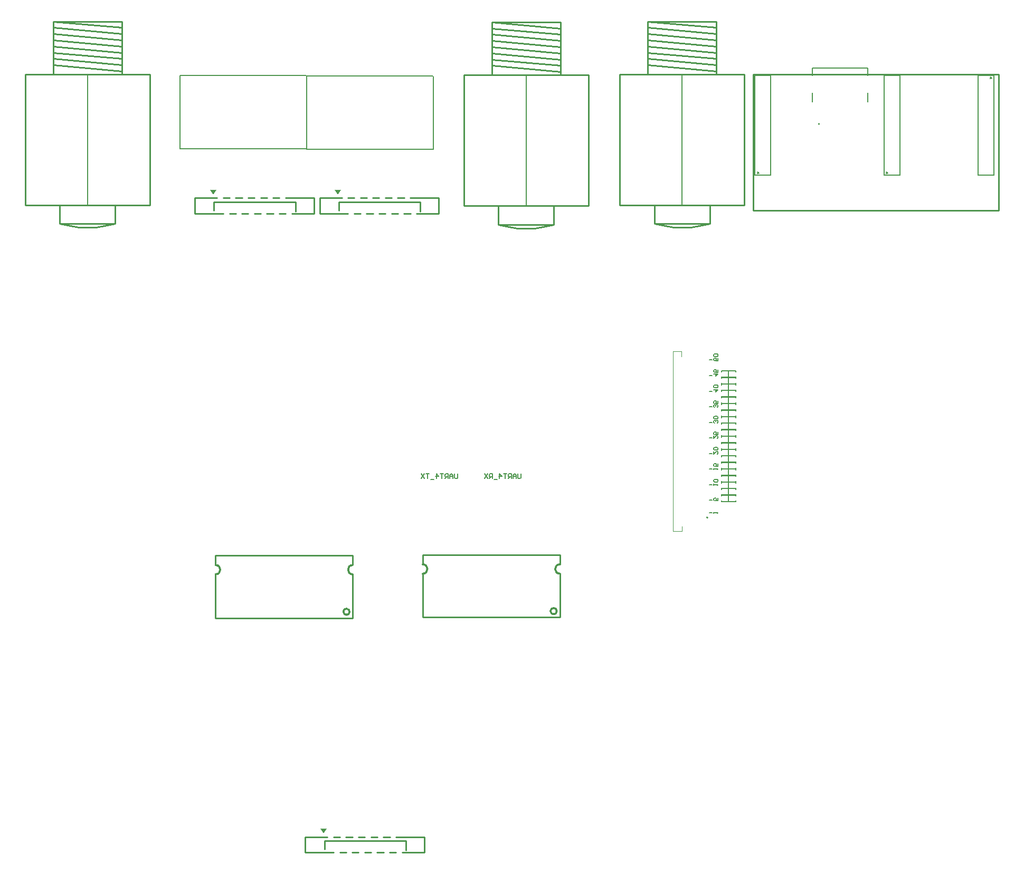
<source format=gbo>
G04*
G04 #@! TF.GenerationSoftware,Altium Limited,Altium Designer,24.2.2 (26)*
G04*
G04 Layer_Color=32896*
%FSLAX25Y25*%
%MOIN*%
G70*
G04*
G04 #@! TF.SameCoordinates,5957EE86-81F1-4C7A-B0E9-50F0B43EC399*
G04*
G04*
G04 #@! TF.FilePolarity,Positive*
G04*
G01*
G75*
%ADD10C,0.00787*%
%ADD11C,0.00600*%
%ADD12C,0.01000*%
%ADD14C,0.00394*%
%ADD15C,0.01200*%
%ADD16C,0.00591*%
%ADD18C,0.00500*%
G36*
X1556528Y844264D02*
X1554527Y847264D01*
D01*
X1558527Y847264D01*
X1556528Y844264D01*
D02*
G37*
G36*
X1486831Y1248000D02*
X1484831Y1251000D01*
D01*
X1488831Y1251000D01*
X1486831Y1248000D01*
D02*
G37*
G36*
X1565579D02*
X1563579Y1251000D01*
D01*
X1567579D01*
X1565579Y1248000D01*
D02*
G37*
D10*
X1869789Y1292703D02*
G03*
X1869789Y1292703I-394J0D01*
G01*
X1799235Y1043971D02*
G03*
X1798448Y1043971I-394J0D01*
G01*
D02*
G03*
X1799235Y1043971I394J0D01*
G01*
D11*
X1800342Y1047071D02*
X1801942Y1047071D01*
X1800342Y1054945D02*
X1801942Y1054945D01*
X1800342Y1064787D02*
X1801942D01*
X1800342Y1074630D02*
X1801942D01*
X1800342Y1084472D02*
X1801942Y1084472D01*
X1800342Y1094315D02*
X1801942Y1094315D01*
X1800342Y1104158D02*
X1801942D01*
X1800342Y1114000D02*
X1801942D01*
X1800342Y1123843D02*
X1801942D01*
X1800342Y1133685D02*
X1801942D01*
X1800342Y1143528D02*
X1801942D01*
X1803042Y1046671D02*
Y1047504D01*
Y1047087D01*
X1805541D01*
X1805124Y1046671D01*
X1805541Y1056211D02*
Y1054545D01*
X1804291D01*
X1804708Y1055378D01*
Y1055795D01*
X1804291Y1056211D01*
X1803458D01*
X1803042Y1055795D01*
Y1054961D01*
X1803458Y1054545D01*
X1803042Y1064388D02*
Y1065221D01*
Y1064804D01*
X1805541D01*
X1805124Y1064388D01*
Y1066470D02*
X1805541Y1066887D01*
Y1067720D01*
X1805124Y1068136D01*
X1803458D01*
X1803042Y1067720D01*
Y1066887D01*
X1803458Y1066470D01*
X1805124D01*
X1803042Y1074230D02*
Y1075063D01*
Y1074646D01*
X1805541D01*
X1805124Y1074230D01*
X1805541Y1077979D02*
Y1076313D01*
X1804291D01*
X1804708Y1077146D01*
Y1077562D01*
X1804291Y1077979D01*
X1803458D01*
X1803042Y1077562D01*
Y1076729D01*
X1803458Y1076313D01*
X1803042Y1085739D02*
Y1084072D01*
X1804708Y1085739D01*
X1805124D01*
X1805541Y1085322D01*
Y1084489D01*
X1805124Y1084072D01*
Y1086572D02*
X1805541Y1086988D01*
Y1087821D01*
X1805124Y1088238D01*
X1803458D01*
X1803042Y1087821D01*
Y1086988D01*
X1803458Y1086572D01*
X1805124D01*
X1803042Y1095581D02*
Y1093915D01*
X1804708Y1095581D01*
X1805124D01*
X1805541Y1095165D01*
Y1094332D01*
X1805124Y1093915D01*
X1805541Y1098080D02*
Y1096414D01*
X1804291D01*
X1804708Y1097247D01*
Y1097664D01*
X1804291Y1098080D01*
X1803458D01*
X1803042Y1097664D01*
Y1096831D01*
X1803458Y1096414D01*
X1805124Y1103758D02*
X1805541Y1104174D01*
Y1105007D01*
X1805124Y1105424D01*
X1804708D01*
X1804291Y1105007D01*
Y1104591D01*
Y1105007D01*
X1803875Y1105424D01*
X1803458D01*
X1803042Y1105007D01*
Y1104174D01*
X1803458Y1103758D01*
X1805124Y1106257D02*
X1805541Y1106673D01*
Y1107506D01*
X1805124Y1107923D01*
X1803458D01*
X1803042Y1107506D01*
Y1106673D01*
X1803458Y1106257D01*
X1805124D01*
Y1113600D02*
X1805541Y1114017D01*
Y1114850D01*
X1805124Y1115266D01*
X1804708D01*
X1804291Y1114850D01*
Y1114433D01*
Y1114850D01*
X1803875Y1115266D01*
X1803458D01*
X1803042Y1114850D01*
Y1114017D01*
X1803458Y1113600D01*
X1805541Y1117765D02*
Y1116099D01*
X1804291D01*
X1804708Y1116932D01*
Y1117349D01*
X1804291Y1117765D01*
X1803458D01*
X1803042Y1117349D01*
Y1116516D01*
X1803458Y1116099D01*
X1803042Y1124692D02*
X1805541D01*
X1804291Y1123443D01*
Y1125109D01*
X1805124Y1125942D02*
X1805541Y1126358D01*
Y1127191D01*
X1805124Y1127608D01*
X1803458D01*
X1803042Y1127191D01*
Y1126358D01*
X1803458Y1125942D01*
X1805124D01*
X1803042Y1134535D02*
X1805541D01*
X1804291Y1133285D01*
Y1134951D01*
X1805541Y1137450D02*
Y1135784D01*
X1804291D01*
X1804708Y1136617D01*
Y1137034D01*
X1804291Y1137450D01*
X1803458D01*
X1803042Y1137034D01*
Y1136201D01*
X1803458Y1135784D01*
X1805541Y1144794D02*
Y1143128D01*
X1804291D01*
X1804708Y1143961D01*
Y1144377D01*
X1804291Y1144794D01*
X1803458D01*
X1803042Y1144377D01*
Y1143544D01*
X1803458Y1143128D01*
X1805124Y1145627D02*
X1805541Y1146043D01*
Y1146876D01*
X1805124Y1147293D01*
X1803458D01*
X1803042Y1146876D01*
Y1146043D01*
X1803458Y1145627D01*
X1805124D01*
D12*
X1827981Y1323999D02*
X1982981D01*
X1827981Y1238000D02*
Y1323999D01*
X1982981Y1238000D02*
Y1323999D01*
X1827981Y1238000D02*
X1982981D01*
X1368133Y1241360D02*
Y1324037D01*
X1446873D01*
Y1241360D02*
Y1324037D01*
X1368133Y1241360D02*
X1446873D01*
X1385850Y1324037D02*
Y1357502D01*
X1429157Y1324037D02*
Y1357502D01*
X1389984Y1229549D02*
X1401991Y1227187D01*
X1413015D02*
X1425023Y1229549D01*
X1389984D02*
Y1241360D01*
X1425023Y1229549D02*
Y1241360D01*
X1401991Y1227187D02*
X1413015D01*
X1389984Y1229549D02*
X1425023D01*
X1385850Y1357502D02*
X1429157D01*
X1385850Y1349628D02*
X1429157Y1345691D01*
X1385850Y1357502D02*
X1429157Y1353565D01*
X1385850D02*
X1429157Y1349628D01*
X1385850Y1345691D02*
X1429157Y1341754D01*
X1385850D02*
X1429157Y1337817D01*
X1385850D02*
X1429157Y1333880D01*
X1385850D02*
X1429157Y1329943D01*
X1385850D02*
X1429157Y1326006D01*
X1475331Y1236079D02*
X1493287D01*
X1497075Y1236079D02*
X1501161D01*
X1504949D02*
X1509035D01*
X1512823D02*
X1516909D01*
X1520697D02*
X1524783D01*
X1528571Y1236079D02*
X1532657Y1236079D01*
X1475331Y1245921D02*
X1489350D01*
X1493138D02*
X1497224D01*
X1501012D02*
X1505098D01*
X1508886D02*
X1512972D01*
X1516760D02*
X1520846D01*
X1524634D02*
X1528720D01*
X1475331Y1236079D02*
Y1245921D01*
X1550465Y1236079D02*
Y1245921D01*
X1536445Y1236079D02*
X1550465D01*
X1532508Y1245921D02*
X1550465D01*
X1538898Y1237500D02*
Y1243500D01*
X1487398D02*
X1538898D01*
X1487398Y1238000D02*
Y1243500D01*
X1566146Y1238000D02*
Y1243500D01*
X1617646D01*
Y1237500D02*
Y1243500D01*
X1611256Y1245921D02*
X1629213D01*
X1615193Y1236079D02*
X1629213D01*
Y1245921D01*
X1554079Y1236079D02*
Y1245921D01*
X1603382D02*
X1607468D01*
X1595508D02*
X1599594D01*
X1587634D02*
X1591720D01*
X1579760D02*
X1583846D01*
X1571886D02*
X1575972D01*
X1554079D02*
X1568098D01*
X1607319Y1236079D02*
X1611405D01*
X1599445D02*
X1603531D01*
X1591571D02*
X1595657D01*
X1583697D02*
X1587783D01*
X1575823D02*
X1579909Y1236079D01*
X1554079D02*
X1572035D01*
X1557094Y834264D02*
Y839764D01*
X1608595D01*
X1608595Y833764D02*
X1608595Y839764D01*
X1602205Y842185D02*
X1620161D01*
X1606142Y832343D02*
X1620161D01*
Y842185D01*
X1545028Y832343D02*
Y842185D01*
X1594331Y842185D02*
X1598417Y842185D01*
X1586457Y842185D02*
X1590543Y842185D01*
X1578583Y842185D02*
X1582669Y842185D01*
X1570709Y842185D02*
X1574795D01*
X1562835Y842185D02*
X1566921D01*
X1545028D02*
X1559047D01*
X1598268Y832343D02*
X1602354D01*
X1590394D02*
X1594480Y832343D01*
X1582520Y832343D02*
X1586606Y832343D01*
X1574646Y832343D02*
X1578732Y832343D01*
X1566772Y832343D02*
X1570858D01*
X1545028D02*
X1562984D01*
X1705807Y1014370D02*
Y1020276D01*
Y980906D02*
Y1008465D01*
X1619193Y980906D02*
X1705807D01*
X1619193D02*
Y1008465D01*
Y1014370D02*
Y1020276D01*
X1705807D01*
X1645134Y1240966D02*
Y1323643D01*
X1723875D01*
Y1240966D02*
Y1323643D01*
X1645134Y1240966D02*
X1723875D01*
X1662851Y1323643D02*
Y1357108D01*
X1706158Y1323643D02*
Y1357108D01*
X1666985Y1229155D02*
X1678993Y1226793D01*
X1690016D02*
X1702024Y1229155D01*
X1666985D02*
Y1240966D01*
X1702024Y1229155D02*
Y1240966D01*
X1678993Y1226793D02*
X1690016D01*
X1666985Y1229155D02*
X1702024D01*
X1662851Y1357108D02*
X1706158Y1357108D01*
X1662851Y1349234D02*
X1706158Y1345297D01*
X1662851Y1357108D02*
X1706158Y1353171D01*
X1662851D02*
X1706158Y1349234D01*
X1662851Y1345297D02*
X1706158Y1341360D01*
X1662851D02*
X1706158Y1337423D01*
X1662851D02*
X1706158Y1333486D01*
X1662851D02*
X1706158Y1329549D01*
X1662851D02*
X1706158Y1325612D01*
X1743627Y1241360D02*
Y1324037D01*
X1822367D01*
Y1241360D02*
Y1324037D01*
X1743627Y1241360D02*
X1822367D01*
X1761343Y1324037D02*
Y1357502D01*
X1804650Y1324037D02*
Y1357502D01*
X1765477Y1229549D02*
X1777485Y1227187D01*
X1788508D02*
X1800516Y1229549D01*
X1765477D02*
Y1241360D01*
X1800516Y1229549D02*
Y1241360D01*
X1777485Y1227187D02*
X1788508D01*
X1765477Y1229549D02*
X1800516D01*
X1761343Y1357502D02*
X1804650Y1357502D01*
X1761343Y1349628D02*
X1804650Y1345691D01*
X1761343Y1357502D02*
X1804650Y1353565D01*
X1761343D02*
X1804650Y1349628D01*
X1761343Y1345691D02*
X1804650Y1341754D01*
X1761343D02*
X1804650Y1337817D01*
X1761343D02*
X1804650Y1333880D01*
X1761343D02*
X1804650Y1329943D01*
X1761343D02*
X1804650Y1326006D01*
X1574977Y1013957D02*
Y1019862D01*
Y980492D02*
Y1008051D01*
X1488363Y980492D02*
X1574977D01*
X1488363D02*
Y1008051D01*
Y1013957D02*
Y1019862D01*
X1574977D01*
D14*
X1777142Y1148871D02*
X1782654D01*
Y1145721D02*
Y1148871D01*
X1782795Y1035295D02*
Y1038445D01*
X1777283Y1035295D02*
X1782795D01*
X1777283D02*
X1777283Y1148871D01*
D15*
X1703839Y984842D02*
G03*
X1703839Y984842I-1969J0D01*
G01*
X1619193Y1008465D02*
G03*
X1619193Y1014370I0J2953D01*
G01*
X1705807D02*
G03*
X1705807Y1008465I0J-2953D01*
G01*
X1573009Y984429D02*
G03*
X1573009Y984429I-1969J0D01*
G01*
X1488363Y1008051D02*
G03*
X1488363Y1013957I0J2953D01*
G01*
X1574977D02*
G03*
X1574977Y1008051I0J-2953D01*
G01*
D16*
X1812264Y1132587D02*
Y1136587D01*
X1807764Y1136087D02*
Y1136587D01*
X1816764D01*
Y1136087D02*
Y1136587D01*
Y1132587D02*
Y1133087D01*
X1807764Y1132587D02*
X1816764D01*
X1807764Y1133087D02*
X1807764Y1132587D01*
X1812264Y1132456D02*
X1812264Y1128456D01*
X1807764Y1131956D02*
Y1132456D01*
X1816764D01*
Y1131956D02*
Y1132456D01*
X1816764Y1128456D02*
Y1128956D01*
X1807764Y1128456D02*
X1816764D01*
X1807764Y1128956D02*
X1807764Y1128456D01*
X1812264Y1124324D02*
X1812264Y1128324D01*
X1807764Y1128324D02*
X1807764Y1127824D01*
X1807764Y1128324D02*
X1816764Y1128324D01*
X1816764Y1127824D02*
X1816764Y1128324D01*
X1816764Y1124324D02*
Y1124824D01*
X1807764Y1124324D02*
X1816764D01*
X1807764D02*
X1807764Y1124824D01*
X1812264Y1120193D02*
Y1124193D01*
X1807764D02*
X1807764Y1123693D01*
X1807764Y1124193D02*
X1816764D01*
X1816764Y1123693D01*
X1816764Y1120193D02*
X1816764Y1120693D01*
X1807764Y1120193D02*
X1816764D01*
X1807764D02*
X1807764Y1120693D01*
X1812264Y1120061D02*
X1812264Y1116061D01*
X1807764Y1120061D02*
X1807764Y1119561D01*
X1807764Y1120061D02*
X1816764Y1120061D01*
Y1119561D02*
Y1120061D01*
Y1116061D02*
Y1116561D01*
X1807764Y1116061D02*
X1816764D01*
X1807764D02*
X1807764Y1116561D01*
X1812264Y1111929D02*
X1812264Y1115929D01*
X1807764Y1115429D02*
X1807764Y1115929D01*
X1816764Y1115929D01*
Y1115429D02*
Y1115929D01*
X1816764Y1111929D02*
Y1112429D01*
X1807764Y1111929D02*
X1816764D01*
X1807764D02*
Y1112429D01*
X1812264Y1107798D02*
X1812264Y1111798D01*
X1807764Y1111298D02*
Y1111798D01*
X1816764Y1111798D01*
Y1111298D02*
Y1111798D01*
X1816764Y1107798D02*
X1816764Y1108298D01*
X1807764Y1107798D02*
X1816764D01*
X1807764D02*
Y1108298D01*
X1812264Y1103666D02*
Y1107666D01*
X1807764D02*
X1807764Y1107166D01*
X1807764Y1107666D02*
X1816764D01*
X1816764Y1107166D02*
X1816764Y1107666D01*
X1816764Y1103666D02*
X1816764Y1104166D01*
X1807764Y1103666D02*
X1816764D01*
X1807764D02*
X1807764Y1104166D01*
X1812264Y1099535D02*
Y1103535D01*
X1807764Y1103035D02*
Y1103535D01*
X1816764D01*
Y1103035D02*
Y1103535D01*
Y1100035D02*
X1816764Y1099535D01*
X1807764D02*
X1816764D01*
X1807764D02*
X1807764Y1100035D01*
X1812264Y1095403D02*
Y1099403D01*
X1807764D02*
X1807764Y1098903D01*
X1807764Y1099403D02*
X1816764D01*
X1816764Y1098903D01*
Y1095403D02*
Y1095903D01*
X1807764Y1095403D02*
X1816764Y1095403D01*
X1807764Y1095403D02*
Y1095903D01*
X1812264Y1095271D02*
X1812264Y1091271D01*
X1807764Y1094771D02*
Y1095271D01*
X1816764D01*
Y1094771D02*
Y1095271D01*
Y1091772D02*
X1816764Y1091271D01*
X1807764D02*
X1816764D01*
X1807764Y1091772D02*
X1807764Y1091271D01*
X1812264Y1091140D02*
X1812264Y1087140D01*
X1807764Y1090640D02*
Y1091140D01*
X1816764Y1091140D01*
X1816764Y1090640D02*
X1816764Y1091140D01*
X1816764Y1087140D02*
Y1087640D01*
X1807764Y1087140D02*
X1816764D01*
X1807764D02*
X1807764Y1087640D01*
X1812264Y1083008D02*
Y1087008D01*
X1807764Y1086508D02*
Y1087008D01*
X1816764D01*
Y1086508D02*
Y1087008D01*
Y1083008D02*
Y1083508D01*
X1807764Y1083008D02*
X1816764D01*
X1807764D02*
Y1083508D01*
X1812264Y1078877D02*
Y1082877D01*
X1807764Y1082377D02*
Y1082877D01*
X1816764D01*
X1816764Y1082377D01*
X1816764Y1078877D02*
X1816764Y1079377D01*
X1807764Y1078877D02*
X1816764Y1078877D01*
X1807764Y1078877D02*
X1807764Y1079377D01*
X1812264Y1074745D02*
Y1078745D01*
X1807764Y1078245D02*
Y1078745D01*
X1816764D01*
Y1078245D02*
Y1078745D01*
Y1074745D02*
Y1075245D01*
X1807764Y1074745D02*
X1816764D01*
X1807764D02*
Y1075245D01*
X1812264Y1070614D02*
X1812264Y1074614D01*
X1807764D02*
X1807764Y1074114D01*
X1807764Y1074614D02*
X1816764D01*
Y1074114D02*
Y1074614D01*
X1816764Y1070614D02*
X1816764Y1071114D01*
X1807764Y1070614D02*
X1816764D01*
X1807764D02*
Y1071114D01*
X1812264Y1066482D02*
Y1070482D01*
X1807764D02*
X1807764Y1069982D01*
X1807764Y1070482D02*
X1816764D01*
X1816764Y1069982D02*
X1816764Y1070482D01*
X1816764Y1066482D02*
X1816764Y1066982D01*
X1807764Y1066482D02*
X1816764D01*
X1807764D02*
X1807764Y1066982D01*
X1812264Y1062350D02*
Y1066350D01*
X1807764Y1065851D02*
Y1066350D01*
X1816764D01*
Y1065851D02*
Y1066350D01*
Y1062850D02*
X1816764Y1062350D01*
X1807764D02*
X1816764D01*
X1807764D02*
X1807764Y1062850D01*
X1812264Y1062219D02*
X1812264Y1058219D01*
X1807764Y1061719D02*
Y1062219D01*
X1816764D01*
X1816764Y1061719D01*
Y1058219D02*
Y1058719D01*
X1807764Y1058219D02*
X1816764Y1058219D01*
X1807764Y1058219D02*
X1807764Y1058719D01*
X1812264Y1054088D02*
Y1058088D01*
X1807764Y1057588D02*
Y1058088D01*
X1816764Y1058088D01*
Y1057588D02*
Y1058088D01*
Y1054088D02*
X1816764Y1054587D01*
X1807764Y1054088D02*
X1816764D01*
X1807764Y1054587D02*
X1807764Y1054088D01*
D18*
X1407503Y1241360D02*
Y1324037D01*
X1979981Y1260499D02*
Y1323499D01*
X1969981Y1260499D02*
X1979981D01*
X1969981D02*
Y1323499D01*
X1979981D01*
X1977481Y1322499D02*
X1978481Y1321499D01*
X1977481Y1321499D02*
X1978481Y1322499D01*
X1910481Y1260499D02*
Y1323499D01*
X1920481D01*
X1920481Y1260499D02*
X1920481Y1323499D01*
X1910481Y1260499D02*
X1920481Y1260499D01*
X1911981Y1262499D02*
X1912981Y1261499D01*
X1911981D02*
X1912981Y1262499D01*
X1829000Y1260500D02*
Y1323500D01*
X1839000D01*
Y1260500D02*
Y1323500D01*
X1829000Y1260500D02*
X1839000D01*
X1830500Y1262500D02*
X1831500Y1261500D01*
X1830500D02*
X1831500Y1262500D01*
X1865182Y1312506D02*
X1865182Y1306836D01*
X1900379D02*
X1900379Y1312506D01*
Y1323293D02*
Y1328136D01*
X1865182D02*
X1900379D01*
X1865182Y1323293D02*
Y1328136D01*
X1684504Y1323643D02*
X1684504Y1240966D01*
X1782997Y1324037D02*
X1782997Y1241360D01*
X1545775Y1276850D02*
X1585775D01*
X1545775D02*
Y1322850D01*
X1545975Y1323050D02*
X1625575D01*
X1625775Y1276850D02*
Y1322850D01*
X1576775Y1276850D02*
X1625775D01*
X1465775Y1277050D02*
X1505775D01*
X1465775D02*
X1465775Y1323050D01*
X1465975Y1323250D02*
X1545575D01*
X1545775Y1323050D02*
X1545775Y1277050D01*
X1496775D02*
X1545775D01*
X1641305Y1071570D02*
Y1069071D01*
X1640805Y1068571D01*
X1639805D01*
X1639306Y1069071D01*
Y1071570D01*
X1638306Y1068571D02*
Y1070570D01*
X1637306Y1071570D01*
X1636307Y1070570D01*
Y1068571D01*
Y1070070D01*
X1638306D01*
X1635307Y1068571D02*
Y1071570D01*
X1633807D01*
X1633307Y1071070D01*
Y1070070D01*
X1633807Y1069571D01*
X1635307D01*
X1634307D02*
X1633307Y1068571D01*
X1632308Y1071570D02*
X1630309D01*
X1631308D01*
Y1068571D01*
X1627809D02*
Y1071570D01*
X1629309Y1070070D01*
X1627309D01*
X1626310Y1068071D02*
X1624310D01*
X1623311Y1071570D02*
X1621311D01*
X1622311D01*
Y1068571D01*
X1620312Y1071570D02*
X1618312Y1068571D01*
Y1071570D02*
X1620312Y1068571D01*
X1681205Y1071570D02*
Y1069071D01*
X1680705Y1068571D01*
X1679705D01*
X1679206Y1069071D01*
Y1071570D01*
X1678206Y1068571D02*
Y1070570D01*
X1677206Y1071570D01*
X1676207Y1070570D01*
Y1068571D01*
Y1070070D01*
X1678206D01*
X1675207Y1068571D02*
Y1071570D01*
X1673707D01*
X1673207Y1071070D01*
Y1070070D01*
X1673707Y1069571D01*
X1675207D01*
X1674207D02*
X1673207Y1068571D01*
X1672208Y1071570D02*
X1670209D01*
X1671208D01*
Y1068571D01*
X1667709D02*
Y1071570D01*
X1669209Y1070070D01*
X1667209D01*
X1666210Y1068071D02*
X1664210D01*
X1663211Y1068571D02*
Y1071570D01*
X1661711D01*
X1661211Y1071070D01*
Y1070070D01*
X1661711Y1069571D01*
X1663211D01*
X1662211D02*
X1661211Y1068571D01*
X1660212Y1071570D02*
X1658212Y1068571D01*
Y1071570D02*
X1660212Y1068571D01*
M02*

</source>
